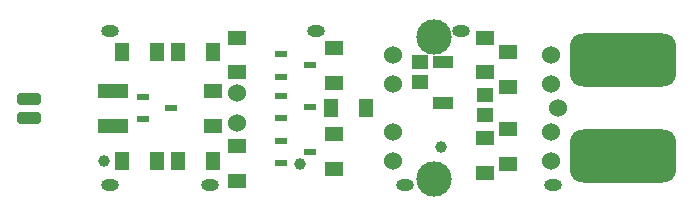
<source format=gbr>
%TF.GenerationSoftware,Altium Limited,Altium Designer,18.1.7 (191)*%
G04 Layer_Color=8388736*
%FSLAX45Y45*%
%MOMM*%
%TF.FileFunction,Soldermask,Top*%
%TF.Part,Single*%
G01*
G75*
%TA.AperFunction,SMDPad,CuDef*%
%ADD10R,1.75000X1.00000*%
%ADD11R,1.55000X1.30000*%
%ADD12R,1.00000X0.60000*%
%ADD13R,1.30000X1.55000*%
%ADD14R,2.65000X1.15000*%
%ADD15R,1.35000X1.20000*%
G04:AMPARAMS|DCode=16|XSize=1mm|YSize=2mm|CornerRadius=0.25mm|HoleSize=0mm|Usage=FLASHONLY|Rotation=90.000|XOffset=0mm|YOffset=0mm|HoleType=Round|Shape=RoundedRectangle|*
%AMROUNDEDRECTD16*
21,1,1.00000,1.50000,0,0,90.0*
21,1,0.50000,2.00000,0,0,90.0*
1,1,0.50000,0.75000,0.25000*
1,1,0.50000,0.75000,-0.25000*
1,1,0.50000,-0.75000,-0.25000*
1,1,0.50000,-0.75000,0.25000*
%
%ADD16ROUNDEDRECTD16*%
%TA.AperFunction,ViaPad*%
%ADD23O,1.50000X1.00000*%
%TA.AperFunction,ComponentPad*%
%ADD24C,1.52400*%
G04:AMPARAMS|DCode=25|XSize=9mm|YSize=4.5mm|CornerRadius=1.125mm|HoleSize=0mm|Usage=FLASHONLY|Rotation=0.000|XOffset=0mm|YOffset=0mm|HoleType=Round|Shape=RoundedRectangle|*
%AMROUNDEDRECTD25*
21,1,9.00000,2.25000,0,0,0.0*
21,1,6.75000,4.50000,0,0,0.0*
1,1,2.25000,3.37500,-1.12500*
1,1,2.25000,-3.37500,-1.12500*
1,1,2.25000,-3.37500,1.12500*
1,1,2.25000,3.37500,1.12500*
%
%ADD25ROUNDEDRECTD25*%
%TA.AperFunction,ViaPad*%
%ADD26C,1.00000*%
%TA.AperFunction,FiducialPad,Global*%
%ADD33C,3.00000*%
D10*
X-1525000Y42500D02*
D03*
Y392500D02*
D03*
D11*
X-2450000Y510000D02*
D03*
Y215000D02*
D03*
X-3275000Y-617500D02*
D03*
Y-322500D02*
D03*
Y302500D02*
D03*
Y597500D02*
D03*
X-3477500Y147500D02*
D03*
Y-147500D02*
D03*
X-2450000Y-222500D02*
D03*
Y-517500D02*
D03*
X-1175000Y-252500D02*
D03*
Y-547500D02*
D03*
Y302500D02*
D03*
Y597500D02*
D03*
X-975000Y177500D02*
D03*
Y472500D02*
D03*
Y-472500D02*
D03*
Y-177500D02*
D03*
D12*
X-2895000Y-275000D02*
D03*
Y-465000D02*
D03*
X-2655000Y-370000D02*
D03*
X-4070000Y95000D02*
D03*
Y-95000D02*
D03*
X-3830000Y0D02*
D03*
X-2895000Y457500D02*
D03*
Y267500D02*
D03*
X-2655000Y362500D02*
D03*
X-2895000Y102500D02*
D03*
Y-87500D02*
D03*
X-2655000Y7500D02*
D03*
D13*
X-3477500Y475000D02*
D03*
X-3772500D02*
D03*
X-3772500Y-445000D02*
D03*
X-3477500D02*
D03*
X-3952500D02*
D03*
X-4247500D02*
D03*
X-3952500Y475000D02*
D03*
X-4247500D02*
D03*
X-2177500Y0D02*
D03*
X-2472500D02*
D03*
D14*
X-4325000Y147500D02*
D03*
Y-147500D02*
D03*
D15*
X-1725000Y217500D02*
D03*
Y387500D02*
D03*
X-1175000Y110000D02*
D03*
Y-60000D02*
D03*
D16*
X-5035000Y-80000D02*
D03*
Y80000D02*
D03*
D23*
X-4350000Y650000D02*
D03*
Y-650000D02*
D03*
X-3500000D02*
D03*
X-2600000Y650000D02*
D03*
X-1850000Y-650000D02*
D03*
X-1375000Y650000D02*
D03*
X-600000Y-650000D02*
D03*
D24*
X-1950000Y-450000D02*
D03*
Y-200000D02*
D03*
X-3275000Y-125000D02*
D03*
Y125000D02*
D03*
X-1950000Y200000D02*
D03*
Y450000D02*
D03*
X-610000Y-200000D02*
D03*
Y-450000D02*
D03*
Y450000D02*
D03*
Y200000D02*
D03*
X-550000Y-0D02*
D03*
D25*
X0Y-406000D02*
D03*
Y406000D02*
D03*
D26*
X-1546200Y-331300D02*
D03*
X-2738995Y-470000D02*
D03*
X-4400000Y-445000D02*
D03*
D33*
X-1600000Y600000D02*
D03*
Y-600000D02*
D03*
%TF.MD5,5121508c6bab4df38f3221fbeb7a7a6e*%
M02*

</source>
